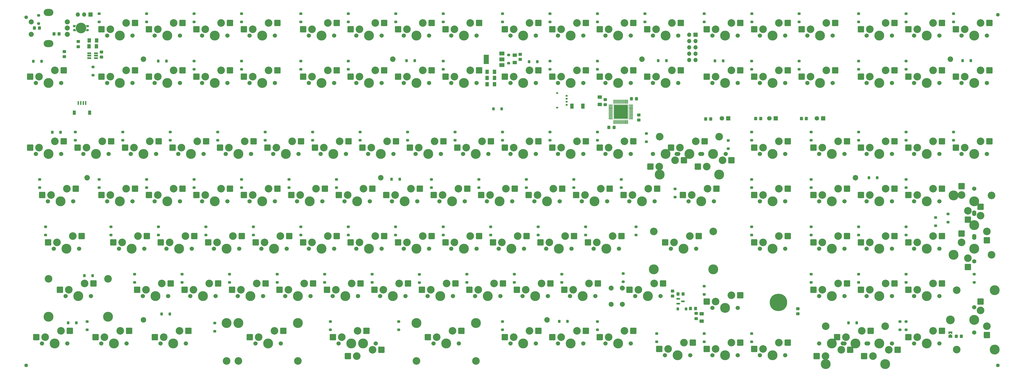
<source format=gbr>
G04 #@! TF.GenerationSoftware,KiCad,Pcbnew,7.0.1*
G04 #@! TF.CreationDate,2023-03-28T00:09:38-04:00*
G04 #@! TF.ProjectId,Boston-keyboard-V08DHA,426f7374-6f6e-42d6-9b65-79626f617264,rev?*
G04 #@! TF.SameCoordinates,Original*
G04 #@! TF.FileFunction,Soldermask,Bot*
G04 #@! TF.FilePolarity,Negative*
%FSLAX46Y46*%
G04 Gerber Fmt 4.6, Leading zero omitted, Abs format (unit mm)*
G04 Created by KiCad (PCBNEW 7.0.1) date 2023-03-28 00:09:38*
%MOMM*%
%LPD*%
G01*
G04 APERTURE LIST*
G04 Aperture macros list*
%AMRoundRect*
0 Rectangle with rounded corners*
0 $1 Rounding radius*
0 $2 $3 $4 $5 $6 $7 $8 $9 X,Y pos of 4 corners*
0 Add a 4 corners polygon primitive as box body*
4,1,4,$2,$3,$4,$5,$6,$7,$8,$9,$2,$3,0*
0 Add four circle primitives for the rounded corners*
1,1,$1+$1,$2,$3*
1,1,$1+$1,$4,$5*
1,1,$1+$1,$6,$7*
1,1,$1+$1,$8,$9*
0 Add four rect primitives between the rounded corners*
20,1,$1+$1,$2,$3,$4,$5,0*
20,1,$1+$1,$4,$5,$6,$7,0*
20,1,$1+$1,$6,$7,$8,$9,0*
20,1,$1+$1,$8,$9,$2,$3,0*%
%AMFreePoly0*
4,1,6,1.000000,0.000000,0.500000,-0.750000,-0.500000,-0.750000,-0.500000,0.750000,0.500000,0.750000,1.000000,0.000000,1.000000,0.000000,$1*%
%AMFreePoly1*
4,1,6,0.500000,-0.750000,-0.650000,-0.750000,-0.150000,0.000000,-0.650000,0.750000,0.500000,0.750000,0.500000,-0.750000,0.500000,-0.750000,$1*%
%AMFreePoly2*
4,1,28,0.525059,0.400000,0.532182,0.397024,0.539142,0.394142,0.539153,0.394113,0.539183,0.394101,0.542090,0.387022,0.545000,0.380000,0.545000,-0.380000,0.539142,-0.394142,0.525000,-0.400000,-0.650000,-0.400000,-0.664142,-0.394142,-0.670000,-0.380000,-0.664142,-0.365858,-0.650000,-0.360000,-0.645403,-0.360000,-0.649771,-0.349394,-0.646861,-0.337380,-0.596034,-0.254811,-0.509604,-0.081220,
-0.439105,0.099429,-0.385107,0.285677,-0.366569,0.380847,-0.365754,0.382315,-0.365871,0.382599,-0.359972,0.396724,-0.345813,0.402541,0.525059,0.400000,0.525059,0.400000,$1*%
%AMFreePoly3*
4,1,27,0.539142,0.394142,0.545000,0.380000,0.545000,-0.380000,0.542090,-0.387022,0.539183,-0.394101,0.539153,-0.394113,0.539142,-0.394142,0.532182,-0.397024,0.525059,-0.400000,-0.345813,-0.402541,-0.359972,-0.396724,-0.365871,-0.382599,-0.360054,-0.368440,-0.356003,-0.366748,-0.366375,-0.362091,-0.372521,-0.351367,-0.392501,-0.256009,-0.449448,-0.069660,-0.522971,0.110794,-0.612470,0.283880,
-0.664821,0.366049,-0.665820,0.369911,-0.670000,0.380000,-0.664142,0.394142,-0.650000,0.400000,0.525000,0.400000,0.539142,0.394142,0.539142,0.394142,$1*%
%AMFreePoly4*
4,1,31,0.319736,0.407785,0.429772,0.357533,0.521194,0.278316,0.586594,0.176551,0.620674,0.060484,0.620674,-0.060484,0.586594,-0.176551,0.521194,-0.278316,0.429772,-0.357533,0.319736,-0.407785,0.199999,-0.425000,-0.575001,-0.424979,-0.592678,-0.417657,-0.600000,-0.399978,-0.592678,-0.382301,-0.590938,-0.381580,-0.588854,-0.372453,-0.535362,-0.282963,-0.445108,-0.094990,-0.372348,0.100422,
-0.317686,0.301647,-0.299623,0.404329,-0.293189,0.416443,-0.292678,0.417678,-0.292493,0.417754,-0.292376,0.417975,-0.278492,0.424755,-0.276455,0.424396,-0.275000,0.425000,0.200000,0.425000,0.319736,0.407785,0.319736,0.407785,$1*%
G04 Aperture macros list end*
%ADD10C,0.800000*%
%ADD11C,7.000000*%
%ADD12C,2.200000*%
%ADD13R,1.800000X1.800000*%
%ADD14C,1.800000*%
%ADD15C,1.448000*%
%ADD16C,2.000000*%
%ADD17R,1.700000X1.700000*%
%ADD18O,1.700000X1.700000*%
%ADD19C,3.500000*%
%ADD20RoundRect,0.250000X-0.350000X0.250000X-0.350000X-0.250000X0.350000X-0.250000X0.350000X0.250000X0*%
%ADD21C,1.701800*%
%ADD22C,3.048000*%
%ADD23C,3.987800*%
%ADD24RoundRect,0.254000X1.016000X1.016000X-1.016000X1.016000X-1.016000X-1.016000X1.016000X-1.016000X0*%
%ADD25RoundRect,0.250001X0.624999X-0.462499X0.624999X0.462499X-0.624999X0.462499X-0.624999X-0.462499X0*%
%ADD26RoundRect,0.250000X0.250000X0.350000X-0.250000X0.350000X-0.250000X-0.350000X0.250000X-0.350000X0*%
%ADD27RoundRect,0.250001X-0.462499X-0.624999X0.462499X-0.624999X0.462499X0.624999X-0.462499X0.624999X0*%
%ADD28R,2.000000X1.500000*%
%ADD29R,2.000000X3.800000*%
%ADD30RoundRect,0.254000X-1.016000X1.016000X-1.016000X-1.016000X1.016000X-1.016000X1.016000X1.016000X0*%
%ADD31RoundRect,0.250000X-0.450000X0.325000X-0.450000X-0.325000X0.450000X-0.325000X0.450000X0.325000X0*%
%ADD32RoundRect,0.254000X-1.016000X-1.016000X1.016000X-1.016000X1.016000X1.016000X-1.016000X1.016000X0*%
%ADD33RoundRect,0.250000X0.350000X0.450000X-0.350000X0.450000X-0.350000X-0.450000X0.350000X-0.450000X0*%
%ADD34RoundRect,0.150000X0.275000X-0.150000X0.275000X0.150000X-0.275000X0.150000X-0.275000X-0.150000X0*%
%ADD35RoundRect,0.175000X0.225000X-0.175000X0.225000X0.175000X-0.225000X0.175000X-0.225000X-0.175000X0*%
%ADD36R,1.400000X2.100000*%
%ADD37RoundRect,0.250000X-0.450000X0.350000X-0.450000X-0.350000X0.450000X-0.350000X0.450000X0.350000X0*%
%ADD38FreePoly0,90.000000*%
%ADD39FreePoly1,90.000000*%
%ADD40RoundRect,0.250001X-0.624999X0.462499X-0.624999X-0.462499X0.624999X-0.462499X0.624999X0.462499X0*%
%ADD41RoundRect,0.250000X0.450000X-0.325000X0.450000X0.325000X-0.450000X0.325000X-0.450000X-0.325000X0*%
%ADD42RoundRect,0.254000X1.016000X-1.016000X1.016000X1.016000X-1.016000X1.016000X-1.016000X-1.016000X0*%
%ADD43RoundRect,0.075000X0.662500X0.075000X-0.662500X0.075000X-0.662500X-0.075000X0.662500X-0.075000X0*%
%ADD44RoundRect,0.075000X0.075000X0.662500X-0.075000X0.662500X-0.075000X-0.662500X0.075000X-0.662500X0*%
%ADD45C,2.032000*%
%ADD46O,3.900000X2.799999*%
%ADD47RoundRect,0.250000X0.325000X0.450000X-0.325000X0.450000X-0.325000X-0.450000X0.325000X-0.450000X0*%
%ADD48RoundRect,0.250000X-0.325000X-0.450000X0.325000X-0.450000X0.325000X0.450000X-0.325000X0.450000X0*%
%ADD49R,1.560000X0.650000*%
%ADD50R,0.600000X1.550000*%
%ADD51R,1.200000X1.800000*%
%ADD52C,0.500000*%
%ADD53RoundRect,0.250000X0.350000X-0.250000X0.350000X0.250000X-0.350000X0.250000X-0.350000X-0.250000X0*%
%ADD54RoundRect,0.062500X0.375000X0.062500X-0.375000X0.062500X-0.375000X-0.062500X0.375000X-0.062500X0*%
%ADD55RoundRect,0.062500X0.062500X0.375000X-0.062500X0.375000X-0.062500X-0.375000X0.062500X-0.375000X0*%
%ADD56R,5.600000X5.600000*%
%ADD57C,4.250000*%
%ADD58FreePoly2,180.000000*%
%ADD59FreePoly3,180.000000*%
%ADD60FreePoly4,0.000000*%
%ADD61FreePoly3,0.000000*%
%ADD62RoundRect,0.150000X-0.587500X-0.150000X0.587500X-0.150000X0.587500X0.150000X-0.587500X0.150000X0*%
G04 APERTURE END LIST*
D10*
X361518500Y-146649500D03*
X360749655Y-148505655D03*
X356268500Y-146649500D03*
X358893500Y-144024500D03*
X358893500Y-149274500D03*
X360749655Y-144793345D03*
D11*
X358893500Y-146649500D03*
D10*
X357037345Y-144793345D03*
X357037345Y-148505655D03*
D12*
X304125200Y-48899992D03*
X389850272Y-96525032D03*
X427950304Y-48899992D03*
D13*
X338732500Y-72712500D03*
D14*
X336192500Y-72712500D03*
D15*
X447000000Y-31000000D03*
D13*
X357782500Y-72712500D03*
D14*
X355242500Y-72712500D03*
D16*
X291750000Y-147400000D03*
X291750000Y-140900000D03*
X296250000Y-140900000D03*
X296250000Y-147400000D03*
D17*
X82825000Y-30950000D03*
D18*
X80285000Y-30950000D03*
X77745000Y-30950000D03*
D15*
X57000000Y-172000000D03*
D12*
X266025168Y-153675080D03*
D15*
X57000000Y-32000000D03*
D12*
X199350112Y-96525032D03*
X104100032Y-153675080D03*
X204112500Y-48900000D03*
D19*
X427950304Y-153675080D03*
D12*
X81478138Y-96525032D03*
D17*
X325655625Y-39087500D03*
D18*
X323115625Y-39087500D03*
X325655625Y-41627500D03*
X323115625Y-41627500D03*
X325655625Y-44167500D03*
X323115625Y-44167500D03*
X325655625Y-46707500D03*
X323115625Y-46707500D03*
X325655625Y-49247500D03*
X323115625Y-49247500D03*
D13*
X376832500Y-72712500D03*
D14*
X374292500Y-72712500D03*
D15*
X447000000Y-172000000D03*
D20*
X124340625Y-97256250D03*
X124340625Y-100556250D03*
D21*
X280630000Y-87000000D03*
D22*
X271740000Y-84460000D03*
X278090000Y-81920000D03*
D23*
X275550000Y-87000000D03*
D21*
X270470000Y-87000000D03*
D24*
X281646000Y-81920000D03*
X268184000Y-84460000D03*
D21*
X394930000Y-163200000D03*
D22*
X377912000Y-156215000D03*
D21*
X384770000Y-163200000D03*
D23*
X389850000Y-163200000D03*
X377912000Y-171455000D03*
D22*
X392390000Y-158120000D03*
X386040000Y-160660000D03*
X401788000Y-156215000D03*
D23*
X401788000Y-171455000D03*
D24*
X395946000Y-158120000D03*
X382484000Y-160660000D03*
D25*
X253100000Y-50212500D03*
X253100000Y-47237500D03*
D20*
X238640625Y-97256250D03*
X238640625Y-100556250D03*
D26*
X262150000Y-49925000D03*
X258850000Y-49925000D03*
D27*
X242012500Y-53925000D03*
X244987500Y-53925000D03*
D21*
X246657500Y-125100000D03*
D23*
X251737500Y-125100000D03*
D21*
X256817500Y-125100000D03*
D22*
X254277500Y-120020000D03*
X247927500Y-122560000D03*
D24*
X257833500Y-120020000D03*
X244371500Y-122560000D03*
D20*
X286265625Y-49631250D03*
X286265625Y-52931250D03*
D21*
X413345000Y-163200000D03*
D23*
X418425000Y-163200000D03*
D21*
X423505000Y-163200000D03*
D22*
X414615000Y-160660000D03*
X420965000Y-158120000D03*
D24*
X424521000Y-158120000D03*
X411059000Y-160660000D03*
D21*
X251420000Y-163200000D03*
D22*
X259040000Y-158120000D03*
D23*
X256500000Y-163200000D03*
D22*
X252690000Y-160660000D03*
D21*
X261580000Y-163200000D03*
D24*
X262596000Y-158120000D03*
X249134000Y-160660000D03*
D20*
X224353125Y-49631250D03*
X224353125Y-52931250D03*
D23*
X94575000Y-58425000D03*
D22*
X90765000Y-55885000D03*
D21*
X89495000Y-58425000D03*
X99655000Y-58425000D03*
D22*
X97115000Y-53345000D03*
D24*
X100671000Y-53345000D03*
X87209000Y-55885000D03*
D22*
X306665000Y-100970000D03*
D23*
X304125000Y-106050000D03*
D22*
X300315000Y-103510000D03*
D21*
X299045000Y-106050000D03*
X309205000Y-106050000D03*
D24*
X310221000Y-100970000D03*
X296759000Y-103510000D03*
D28*
X247950000Y-46625000D03*
X247950000Y-48925000D03*
D29*
X241650000Y-48925000D03*
D28*
X247950000Y-51225000D03*
D20*
X276778750Y-97256250D03*
X276778750Y-100556250D03*
D22*
X216177500Y-34295000D03*
D23*
X213637500Y-39375000D03*
D21*
X208557500Y-39375000D03*
X218717500Y-39375000D03*
D22*
X209827500Y-36835000D03*
D24*
X219733500Y-34295000D03*
X206271500Y-36835000D03*
D20*
X348178125Y-78206250D03*
X348178125Y-81506250D03*
D27*
X242012500Y-58925000D03*
X244987500Y-58925000D03*
D26*
X63150000Y-49725000D03*
X59850000Y-49725000D03*
D21*
X437475000Y-100970000D03*
D23*
X437475000Y-106050000D03*
D22*
X432395000Y-103510000D03*
D21*
X437475000Y-111130000D03*
D22*
X434935000Y-109860000D03*
D30*
X432395000Y-99954000D03*
X434935000Y-113416000D03*
D31*
X87200000Y-46000000D03*
X87200000Y-48050000D03*
D21*
X332382500Y-58425000D03*
D23*
X337462500Y-58425000D03*
D22*
X333652500Y-55885000D03*
X340002500Y-53345000D03*
D21*
X342542500Y-58425000D03*
D24*
X343558500Y-53345000D03*
X330096500Y-55885000D03*
D21*
X361592500Y-125100000D03*
D22*
X352702500Y-122560000D03*
D21*
X351432500Y-125100000D03*
D22*
X359052500Y-120020000D03*
D23*
X356512500Y-125100000D03*
D24*
X362608500Y-120020000D03*
X349146500Y-122560000D03*
D20*
X348216250Y-30581250D03*
X348216250Y-33881250D03*
D21*
X351432500Y-106050000D03*
D23*
X356512500Y-106050000D03*
D21*
X361592500Y-106050000D03*
D22*
X352702500Y-103510000D03*
X359052500Y-100970000D03*
D24*
X362608500Y-100970000D03*
X349146500Y-103510000D03*
D20*
X76715625Y-78206250D03*
X76715625Y-81506250D03*
X114853750Y-78206250D03*
X114853750Y-81506250D03*
D26*
X212906372Y-49495305D03*
X209606372Y-49495305D03*
D27*
X82262500Y-41325000D03*
X85237500Y-41325000D03*
D23*
X418425000Y-125100000D03*
D21*
X423505000Y-125100000D03*
D22*
X414615000Y-122560000D03*
D21*
X413345000Y-125100000D03*
D22*
X420965000Y-120020000D03*
D24*
X424521000Y-120020000D03*
X411059000Y-122560000D03*
D23*
X92193750Y-163200000D03*
D22*
X88383750Y-160660000D03*
X94733750Y-158120000D03*
D21*
X97273750Y-163200000D03*
X87113750Y-163200000D03*
D24*
X98289750Y-158120000D03*
X84827750Y-160660000D03*
D21*
X72826250Y-144150000D03*
D23*
X77906250Y-144150000D03*
D21*
X82986250Y-144150000D03*
D22*
X65968250Y-137165000D03*
X89844250Y-137165000D03*
X80446250Y-139070000D03*
D23*
X65968250Y-152405000D03*
D22*
X74096250Y-141610000D03*
D23*
X89844250Y-152405000D03*
D24*
X84002250Y-139070000D03*
X70540250Y-141610000D03*
D22*
X396835000Y-168280000D03*
X403185000Y-165740000D03*
D21*
X394295000Y-163200000D03*
X404455000Y-163200000D03*
D23*
X399375000Y-163200000D03*
D32*
X393279000Y-168280000D03*
X406741000Y-165740000D03*
D20*
X243403125Y-116306250D03*
X243403125Y-119606250D03*
D23*
X137437500Y-125100000D03*
D21*
X132357500Y-125100000D03*
X142517500Y-125100000D03*
D22*
X139977500Y-120020000D03*
X133627500Y-122560000D03*
D24*
X143533500Y-120020000D03*
X130071500Y-122560000D03*
D22*
X290790000Y-36835000D03*
X297140000Y-34295000D03*
D21*
X289520000Y-39375000D03*
D23*
X294600000Y-39375000D03*
D21*
X299680000Y-39375000D03*
D24*
X300696000Y-34295000D03*
X287234000Y-36835000D03*
D23*
X327937500Y-106050000D03*
D21*
X333017500Y-106050000D03*
D22*
X330477500Y-100970000D03*
X324127500Y-103510000D03*
D21*
X322857500Y-106050000D03*
D24*
X334033500Y-100970000D03*
X320571500Y-103510000D03*
D21*
X132992500Y-144150000D03*
D23*
X127912500Y-144150000D03*
D21*
X122832500Y-144150000D03*
D22*
X124102500Y-141610000D03*
X130452500Y-139070000D03*
D24*
X134008500Y-139070000D03*
X120546500Y-141610000D03*
D20*
X407709375Y-154406250D03*
X407709375Y-157706250D03*
X329128125Y-30581250D03*
X329128125Y-33881250D03*
D22*
X257452500Y-141610000D03*
D21*
X256182500Y-144150000D03*
X266342500Y-144150000D03*
D22*
X263802500Y-139070000D03*
D23*
X261262500Y-144150000D03*
D24*
X267358500Y-139070000D03*
X253896500Y-141610000D03*
D21*
X218717500Y-125100000D03*
D22*
X216177500Y-120020000D03*
X209827500Y-122560000D03*
D21*
X208557500Y-125100000D03*
D23*
X213637500Y-125100000D03*
D24*
X219733500Y-120020000D03*
X206271500Y-122560000D03*
D20*
X172003750Y-78206250D03*
X172003750Y-81506250D03*
D21*
X185380000Y-87000000D03*
D22*
X176490000Y-84460000D03*
X182840000Y-81920000D03*
D21*
X175220000Y-87000000D03*
D23*
X180300000Y-87000000D03*
D24*
X186396000Y-81920000D03*
X172934000Y-84460000D03*
D21*
X325873964Y-125100000D03*
D22*
X316983964Y-122560000D03*
X308855964Y-118115000D03*
D21*
X315713964Y-125100000D03*
D22*
X332731964Y-118115000D03*
D23*
X320793964Y-125100000D03*
D22*
X323333964Y-120020000D03*
D23*
X332731964Y-133355000D03*
X308855964Y-133355000D03*
D24*
X326889964Y-120020000D03*
X313427964Y-122560000D03*
D20*
X219590625Y-97256250D03*
X219590625Y-100556250D03*
D22*
X297140000Y-81920000D03*
D23*
X294600000Y-87000000D03*
D21*
X289520000Y-87000000D03*
X299680000Y-87000000D03*
D22*
X290790000Y-84460000D03*
D24*
X300696000Y-81920000D03*
X287234000Y-84460000D03*
D22*
X147915000Y-55885000D03*
D23*
X151725000Y-58425000D03*
D22*
X154265000Y-53345000D03*
D21*
X156805000Y-58425000D03*
X146645000Y-58425000D03*
D24*
X157821000Y-53345000D03*
X144359000Y-55885000D03*
D22*
X190777500Y-122560000D03*
D21*
X189507500Y-125100000D03*
D23*
X194587500Y-125100000D03*
D22*
X197127500Y-120020000D03*
D21*
X199667500Y-125100000D03*
D24*
X200683500Y-120020000D03*
X187221500Y-122560000D03*
D26*
X70750000Y-78225000D03*
X67450000Y-78225000D03*
D21*
X251420160Y-39375000D03*
D23*
X256500160Y-39375000D03*
D21*
X261580160Y-39375000D03*
D22*
X259040160Y-34295000D03*
X252690160Y-36835000D03*
D24*
X262596160Y-34295000D03*
X249134160Y-36835000D03*
D20*
X167241250Y-116306250D03*
X167241250Y-119606250D03*
D21*
X223480000Y-87000000D03*
D23*
X218400000Y-87000000D03*
D21*
X213320000Y-87000000D03*
D22*
X220940000Y-81920000D03*
X214590000Y-84460000D03*
D24*
X224496000Y-81920000D03*
X211034000Y-84460000D03*
D21*
X432395000Y-87000000D03*
D22*
X433665000Y-84460000D03*
D21*
X442555000Y-87000000D03*
D22*
X440015000Y-81920000D03*
D23*
X437475000Y-87000000D03*
D24*
X443571000Y-81920000D03*
X430109000Y-84460000D03*
D20*
X296600000Y-135075000D03*
X296600000Y-138375000D03*
X410090625Y-97256250D03*
X410090625Y-100556250D03*
D31*
X289400000Y-65139069D03*
X289400000Y-67189069D03*
D22*
X116165000Y-100970000D03*
X109815000Y-103510000D03*
D23*
X113625000Y-106050000D03*
D21*
X118705000Y-106050000D03*
X108545000Y-106050000D03*
D24*
X119721000Y-100970000D03*
X106259000Y-103510000D03*
D22*
X186015000Y-103510000D03*
X192365000Y-100970000D03*
D21*
X184745000Y-106050000D03*
X194905000Y-106050000D03*
D23*
X189825000Y-106050000D03*
D24*
X195921000Y-100970000D03*
X182459000Y-103510000D03*
D20*
X61975000Y-31275000D03*
X61975000Y-34575000D03*
D22*
X105052500Y-141610000D03*
D21*
X113942500Y-144150000D03*
D22*
X111402500Y-139070000D03*
D21*
X103782500Y-144150000D03*
D23*
X108862500Y-144150000D03*
D24*
X114958500Y-139070000D03*
X101496500Y-141610000D03*
D22*
X395565000Y-141610000D03*
D21*
X404455000Y-144150000D03*
X394295000Y-144150000D03*
D23*
X399375000Y-144150000D03*
D22*
X401915000Y-139070000D03*
D24*
X405471000Y-139070000D03*
X392009000Y-141610000D03*
D22*
X187602500Y-139070000D03*
D23*
X185062500Y-144150000D03*
D21*
X190142500Y-144150000D03*
X179982500Y-144150000D03*
D22*
X181252500Y-141610000D03*
D24*
X191158500Y-139070000D03*
X177696500Y-141610000D03*
D20*
X367228125Y-30581250D03*
X367228125Y-33881250D03*
D23*
X85050000Y-87000000D03*
D21*
X79970000Y-87000000D03*
D22*
X87590000Y-81920000D03*
X81240000Y-84460000D03*
D21*
X90130000Y-87000000D03*
D24*
X91146000Y-81920000D03*
X77684000Y-84460000D03*
D21*
X318095000Y-87000000D03*
D23*
X323175000Y-87000000D03*
D21*
X328255000Y-87000000D03*
D23*
X311237000Y-95255000D03*
D22*
X325715000Y-81920000D03*
D23*
X335113000Y-95255000D03*
D22*
X311237000Y-80015000D03*
X335113000Y-80015000D03*
X319365000Y-84460000D03*
D24*
X329271000Y-81920000D03*
X315809000Y-84460000D03*
D20*
X143390625Y-30581250D03*
X143390625Y-33881250D03*
D22*
X125690000Y-81920000D03*
D23*
X123150000Y-87000000D03*
D21*
X128230000Y-87000000D03*
X118070000Y-87000000D03*
D22*
X119340000Y-84460000D03*
D24*
X129246000Y-81920000D03*
X115784000Y-84460000D03*
D31*
X366700000Y-149200000D03*
X366700000Y-151250000D03*
D20*
X437475000Y-135356250D03*
X437475000Y-138656250D03*
D22*
X414615000Y-84460000D03*
X420965000Y-81920000D03*
D21*
X423505000Y-87000000D03*
X413345000Y-87000000D03*
D23*
X418425000Y-87000000D03*
D24*
X424521000Y-81920000D03*
X411059000Y-84460000D03*
D21*
X442555000Y-58425000D03*
D23*
X437475000Y-58425000D03*
D22*
X433665000Y-55885000D03*
X440015000Y-53345000D03*
D21*
X432395000Y-58425000D03*
D24*
X443571000Y-53345000D03*
X430109000Y-55885000D03*
D21*
X199667606Y-39375000D03*
D22*
X197127606Y-34295000D03*
X190777606Y-36835000D03*
D23*
X194587606Y-39375000D03*
D21*
X189507606Y-39375000D03*
D24*
X200683606Y-34295000D03*
X187221606Y-36835000D03*
D22*
X401915000Y-34295000D03*
D21*
X394295000Y-39375000D03*
D23*
X399375000Y-39375000D03*
D21*
X404455000Y-39375000D03*
D22*
X395565000Y-36835000D03*
D24*
X405471000Y-34295000D03*
X392009000Y-36835000D03*
D20*
X205341250Y-30581250D03*
X205341250Y-33881250D03*
D21*
X156805000Y-39375000D03*
X146645000Y-39375000D03*
D22*
X154265000Y-34295000D03*
D23*
X151725000Y-39375000D03*
D22*
X147915000Y-36835000D03*
D24*
X157821000Y-34295000D03*
X144359000Y-36835000D03*
D20*
X317460000Y-101066250D03*
X317460000Y-104366250D03*
X124340625Y-49631250D03*
X124340625Y-52931250D03*
D31*
X77900000Y-41800000D03*
X77900000Y-43850000D03*
D20*
X81478125Y-154406250D03*
X81478125Y-157706250D03*
D33*
X351800000Y-72725000D03*
X349800000Y-72725000D03*
D22*
X266977500Y-122560000D03*
D23*
X270787500Y-125100000D03*
D21*
X275867500Y-125100000D03*
D22*
X273327500Y-120020000D03*
D21*
X265707500Y-125100000D03*
D24*
X276883500Y-120020000D03*
X263421500Y-122560000D03*
D21*
X227607500Y-58425000D03*
D23*
X232687500Y-58425000D03*
D22*
X235227500Y-53345000D03*
X228877500Y-55885000D03*
D21*
X237767500Y-58425000D03*
D24*
X238783500Y-53345000D03*
X225321500Y-55885000D03*
D34*
X273875000Y-67225000D03*
X273875000Y-66025000D03*
X273875000Y-64825000D03*
X273875000Y-63625000D03*
D35*
X270100000Y-68375000D03*
X270100000Y-62475000D03*
D21*
X404455000Y-125100000D03*
D23*
X399375000Y-125100000D03*
D22*
X395565000Y-122560000D03*
X401915000Y-120020000D03*
D21*
X394295000Y-125100000D03*
D24*
X405471000Y-120020000D03*
X392009000Y-122560000D03*
D36*
X280400000Y-67725000D03*
X276000000Y-67725000D03*
D23*
X275550000Y-39375000D03*
D21*
X280630000Y-39375000D03*
D22*
X271740000Y-36835000D03*
D21*
X270470000Y-39375000D03*
D22*
X278090000Y-34295000D03*
D24*
X281646000Y-34295000D03*
X268184000Y-36835000D03*
D22*
X340002500Y-143832500D03*
X333652500Y-146372500D03*
D21*
X342542500Y-148912500D03*
X332382500Y-148912500D03*
D23*
X337462500Y-148912500D03*
D24*
X343558500Y-143832500D03*
X330096500Y-146372500D03*
D20*
X64809375Y-116306250D03*
X64809375Y-119606250D03*
X348178125Y-159168750D03*
X348178125Y-162468750D03*
D23*
X204112500Y-144150000D03*
D22*
X206652500Y-139070000D03*
X200302500Y-141610000D03*
D21*
X199032500Y-144150000D03*
X209192500Y-144150000D03*
D24*
X210208500Y-139070000D03*
X196746500Y-141610000D03*
D23*
X237481750Y-154945000D03*
D21*
X220463750Y-163200000D03*
D22*
X228083750Y-158120000D03*
D21*
X230623750Y-163200000D03*
D23*
X225543750Y-163200000D03*
D22*
X213605750Y-170185000D03*
X221733750Y-160660000D03*
X237481750Y-170185000D03*
D23*
X213605750Y-154945000D03*
D24*
X231639750Y-158120000D03*
X218177750Y-160660000D03*
D20*
X124340625Y-30581250D03*
X124340625Y-33881250D03*
D37*
X255300000Y-46925000D03*
X255300000Y-48925000D03*
D20*
X91003125Y-116306250D03*
X91003125Y-119606250D03*
X301743948Y-116306300D03*
X301743948Y-119606300D03*
D23*
X175537500Y-58425000D03*
D21*
X180617500Y-58425000D03*
D22*
X178077500Y-53345000D03*
X171727500Y-55885000D03*
D21*
X170457500Y-58425000D03*
D24*
X181633500Y-53345000D03*
X168171500Y-55885000D03*
D21*
X437475000Y-120020000D03*
D22*
X434935000Y-128910000D03*
X432395000Y-122560000D03*
D21*
X437475000Y-130180000D03*
D23*
X437475000Y-125100000D03*
D30*
X432395000Y-119004000D03*
X434935000Y-132466000D03*
D38*
X427950304Y-160353210D03*
D39*
X427950304Y-158903210D03*
D22*
X336510000Y-89540000D03*
D21*
X327620000Y-87000000D03*
D22*
X330160000Y-92080000D03*
D21*
X337780000Y-87000000D03*
D23*
X332700000Y-87000000D03*
D32*
X326604000Y-92080000D03*
X340066000Y-89540000D03*
D20*
X119578125Y-135356250D03*
X119578125Y-138656250D03*
D21*
X187126250Y-163200000D03*
D23*
X192206250Y-163200000D03*
D22*
X189666250Y-168280000D03*
D21*
X197286250Y-163200000D03*
D22*
X196016250Y-165740000D03*
D32*
X186110250Y-168280000D03*
X199572250Y-165740000D03*
D20*
X295790625Y-97256250D03*
X295790625Y-100556250D03*
X83859375Y-52012500D03*
X83859375Y-55312500D03*
D21*
X180617590Y-39375000D03*
X170457590Y-39375000D03*
D22*
X178077590Y-34295000D03*
X171727590Y-36835000D03*
D23*
X175537590Y-39375000D03*
D24*
X181633590Y-34295000D03*
X168171590Y-36835000D03*
D22*
X287615000Y-100970000D03*
D21*
X290155000Y-106050000D03*
D23*
X285075000Y-106050000D03*
D21*
X279995000Y-106050000D03*
D22*
X281265000Y-103510000D03*
D24*
X291171000Y-100970000D03*
X277709000Y-103510000D03*
D23*
X313650000Y-87000000D03*
D21*
X308570000Y-87000000D03*
D22*
X317460000Y-89540000D03*
X311110000Y-92080000D03*
D21*
X318730000Y-87000000D03*
D32*
X307554000Y-92080000D03*
X321016000Y-89540000D03*
D22*
X401915000Y-100970000D03*
X395565000Y-103510000D03*
D23*
X399375000Y-106050000D03*
D21*
X404455000Y-106050000D03*
X394295000Y-106050000D03*
D24*
X405471000Y-100970000D03*
X392009000Y-103510000D03*
D20*
X329128125Y-140118750D03*
X329128125Y-143418750D03*
D22*
X109815000Y-36835000D03*
X116165000Y-34295000D03*
D21*
X118705000Y-39375000D03*
X108545000Y-39375000D03*
D23*
X113625000Y-39375000D03*
D24*
X119721000Y-34295000D03*
X106259000Y-36835000D03*
D40*
X328100000Y-151237500D03*
X328100000Y-154212500D03*
D23*
X232687500Y-125100000D03*
D21*
X237767500Y-125100000D03*
D22*
X235227500Y-120020000D03*
D21*
X227607500Y-125100000D03*
D22*
X228877500Y-122560000D03*
D24*
X238783500Y-120020000D03*
X225321500Y-122560000D03*
D20*
X348178125Y-116306250D03*
X348178125Y-119606250D03*
D22*
X128865000Y-103510000D03*
D21*
X137755000Y-106050000D03*
X127595000Y-106050000D03*
D23*
X132675000Y-106050000D03*
D22*
X135215000Y-100970000D03*
D24*
X138771000Y-100970000D03*
X125309000Y-103510000D03*
D21*
X199667500Y-58425000D03*
D22*
X197127500Y-53345000D03*
D21*
X189507500Y-58425000D03*
D22*
X190777500Y-55885000D03*
D23*
X194587500Y-58425000D03*
D24*
X200683500Y-53345000D03*
X187221500Y-55885000D03*
D26*
X436148747Y-49495305D03*
X432848747Y-49495305D03*
D21*
X159186250Y-163200000D03*
D22*
X156646250Y-158120000D03*
X150296250Y-160660000D03*
D23*
X154106250Y-163200000D03*
D22*
X142168250Y-170185000D03*
D21*
X149026250Y-163200000D03*
D22*
X166044250Y-170185000D03*
D23*
X142168250Y-154945000D03*
X166044250Y-154945000D03*
D24*
X160202250Y-158120000D03*
X146740250Y-160660000D03*
D20*
X305911139Y-78801581D03*
X305911139Y-82101581D03*
X129103125Y-116306250D03*
X129103125Y-119606250D03*
D41*
X302900000Y-73350000D03*
X302900000Y-71300000D03*
D22*
X162202500Y-141610000D03*
D21*
X171092500Y-144150000D03*
D23*
X166012500Y-144150000D03*
D22*
X168552500Y-139070000D03*
D21*
X160932500Y-144150000D03*
D24*
X172108500Y-139070000D03*
X158646500Y-141610000D03*
D22*
X340002500Y-162882500D03*
D23*
X337462500Y-167962500D03*
D21*
X332382500Y-167962500D03*
X342542500Y-167962500D03*
D22*
X333652500Y-165422500D03*
D24*
X343558500Y-162882500D03*
X330096500Y-165422500D03*
D22*
X73302500Y-100970000D03*
D21*
X75842500Y-106050000D03*
D23*
X70762500Y-106050000D03*
D21*
X65682500Y-106050000D03*
D22*
X66952500Y-103510000D03*
D24*
X76858500Y-100970000D03*
X63396500Y-103510000D03*
D23*
X380325000Y-163200000D03*
D22*
X384135000Y-165740000D03*
X377785000Y-168280000D03*
D21*
X385405000Y-163200000D03*
X375245000Y-163200000D03*
D32*
X374229000Y-168280000D03*
X387691000Y-165740000D03*
D20*
X329128125Y-159168750D03*
X329128125Y-162468750D03*
X371990625Y-97256250D03*
X371990625Y-100556250D03*
D21*
X99655000Y-106050000D03*
D22*
X97115000Y-100970000D03*
X90765000Y-103510000D03*
D23*
X94575000Y-106050000D03*
D21*
X89495000Y-106050000D03*
D24*
X100671000Y-100970000D03*
X87209000Y-103510000D03*
D20*
X338800000Y-81550000D03*
X338800000Y-84850000D03*
D22*
X68540000Y-53345000D03*
D21*
X71080000Y-58425000D03*
D23*
X66000000Y-58425000D03*
D22*
X62190000Y-55885000D03*
D21*
X60920000Y-58425000D03*
D24*
X72096000Y-53345000D03*
X58634000Y-55885000D03*
D21*
X308570000Y-39375000D03*
D23*
X313650000Y-39375000D03*
D22*
X316190000Y-34295000D03*
X309840000Y-36835000D03*
D21*
X318730000Y-39375000D03*
D24*
X319746000Y-34295000D03*
X306284000Y-36835000D03*
D20*
X176766250Y-135356250D03*
X176766250Y-138656250D03*
X248165625Y-78206250D03*
X248165625Y-81506250D03*
D21*
X351432500Y-167962500D03*
X361592500Y-167962500D03*
D23*
X356512500Y-167962500D03*
D22*
X359052500Y-162882500D03*
X352702500Y-165422500D03*
D24*
X362608500Y-162882500D03*
X349146500Y-165422500D03*
D21*
X251420000Y-87000000D03*
D22*
X252690000Y-84460000D03*
D23*
X256500000Y-87000000D03*
D22*
X259040000Y-81920000D03*
D21*
X261580000Y-87000000D03*
D24*
X262596000Y-81920000D03*
X249134000Y-84460000D03*
D23*
X94575000Y-39375000D03*
D22*
X90765000Y-36835000D03*
D21*
X89495000Y-39375000D03*
D22*
X97115000Y-34295000D03*
D21*
X99655000Y-39375000D03*
D24*
X100671000Y-34295000D03*
X87209000Y-36835000D03*
D20*
X138628125Y-135356250D03*
X138628125Y-138656250D03*
D40*
X287200000Y-64081256D03*
X287200000Y-67056256D03*
D21*
X137120000Y-87000000D03*
D23*
X142200000Y-87000000D03*
D22*
X144740000Y-81920000D03*
D21*
X147280000Y-87000000D03*
D22*
X138390000Y-84460000D03*
D24*
X148296000Y-81920000D03*
X134834000Y-84460000D03*
D20*
X371990625Y-135356250D03*
X371990625Y-138656250D03*
X305315625Y-30581250D03*
X305315625Y-33881250D03*
D23*
X429220000Y-103637000D03*
X429220000Y-127513000D03*
X437475000Y-115575000D03*
D22*
X444460000Y-103637000D03*
X440015000Y-111765000D03*
X444460000Y-127513000D03*
D21*
X437475000Y-120655000D03*
X437475000Y-110495000D03*
D22*
X442555000Y-118115000D03*
D42*
X442555000Y-121671000D03*
X440015000Y-108209000D03*
D21*
X351432500Y-58425000D03*
D22*
X359052500Y-53345000D03*
D21*
X361592500Y-58425000D03*
D23*
X356512500Y-58425000D03*
D22*
X352702500Y-55885000D03*
D24*
X362608500Y-53345000D03*
X349146500Y-55885000D03*
D21*
X228242500Y-144150000D03*
X218082500Y-144150000D03*
D22*
X225702500Y-139070000D03*
D23*
X223162500Y-144150000D03*
D22*
X219352500Y-141610000D03*
D24*
X229258500Y-139070000D03*
X215796500Y-141610000D03*
D20*
X391040625Y-49631250D03*
X391040625Y-52931250D03*
X281503125Y-116306250D03*
X281503125Y-119606250D03*
X286265625Y-78206250D03*
X286265625Y-81506250D03*
D23*
X356512500Y-39375000D03*
D22*
X352702500Y-36835000D03*
D21*
X351432500Y-39375000D03*
X361592500Y-39375000D03*
D22*
X359052500Y-34295000D03*
D24*
X362608500Y-34295000D03*
X349146500Y-36835000D03*
D20*
X210065625Y-78206250D03*
X210065625Y-81506250D03*
X348178125Y-49631250D03*
X348178125Y-52931250D03*
D26*
X274223611Y-154270393D03*
X270923611Y-154270393D03*
D20*
X224391250Y-30581250D03*
X224391250Y-33881250D03*
D21*
X280630000Y-163200000D03*
D22*
X278090000Y-158120000D03*
D21*
X270470000Y-163200000D03*
D23*
X275550000Y-163200000D03*
D22*
X271740000Y-160660000D03*
D24*
X281646000Y-158120000D03*
X268184000Y-160660000D03*
D21*
X110926250Y-163200000D03*
X121086250Y-163200000D03*
D23*
X116006250Y-163200000D03*
D22*
X118546250Y-158120000D03*
X112196250Y-160660000D03*
D24*
X122102250Y-158120000D03*
X108640250Y-160660000D03*
D22*
X371752500Y-36835000D03*
D21*
X370482500Y-39375000D03*
X380642500Y-39375000D03*
D23*
X375562500Y-39375000D03*
D22*
X378102500Y-34295000D03*
D24*
X381658500Y-34295000D03*
X368196500Y-36835000D03*
D23*
X437475000Y-39375000D03*
D22*
X440015000Y-34295000D03*
D21*
X432395000Y-39375000D03*
D22*
X433665000Y-36835000D03*
D21*
X442555000Y-39375000D03*
D24*
X443571000Y-34295000D03*
X430109000Y-36835000D03*
D22*
X401915000Y-81920000D03*
X395565000Y-84460000D03*
D21*
X404455000Y-87000000D03*
X394295000Y-87000000D03*
D23*
X399375000Y-87000000D03*
D24*
X405471000Y-81920000D03*
X392009000Y-84460000D03*
D20*
X257690625Y-97256250D03*
X257690625Y-100556250D03*
X186253125Y-116306250D03*
X186253125Y-119606250D03*
D23*
X132675000Y-39375000D03*
D22*
X128865000Y-36835000D03*
D21*
X137755000Y-39375000D03*
D22*
X135215000Y-34295000D03*
D21*
X127595000Y-39375000D03*
D24*
X138771000Y-34295000D03*
X125309000Y-36835000D03*
D21*
X232370000Y-87000000D03*
D22*
X239990000Y-81920000D03*
X233640000Y-84460000D03*
D21*
X242530000Y-87000000D03*
D23*
X237450000Y-87000000D03*
D24*
X243546000Y-81920000D03*
X230084000Y-84460000D03*
D22*
X333652500Y-36835000D03*
D21*
X342542500Y-39375000D03*
D22*
X340002500Y-34295000D03*
D21*
X332382500Y-39375000D03*
D23*
X337462500Y-39375000D03*
D24*
X343558500Y-34295000D03*
X330096500Y-36835000D03*
D20*
X186253125Y-49631250D03*
X186253125Y-52931250D03*
X391040625Y-116306250D03*
X391040625Y-119606250D03*
D23*
X146962500Y-144150000D03*
D22*
X143152500Y-141610000D03*
D21*
X152042500Y-144150000D03*
X141882500Y-144150000D03*
D22*
X149502500Y-139070000D03*
D24*
X153058500Y-139070000D03*
X139596500Y-141610000D03*
D20*
X214828125Y-135396875D03*
X214828125Y-138696875D03*
D21*
X423505000Y-144150000D03*
D22*
X414615000Y-141610000D03*
D23*
X418425000Y-144150000D03*
D21*
X413345000Y-144150000D03*
D22*
X420965000Y-139070000D03*
D24*
X424521000Y-139070000D03*
X411059000Y-141610000D03*
D21*
X109180000Y-87000000D03*
D22*
X106640000Y-81920000D03*
D21*
X99020000Y-87000000D03*
D23*
X104100000Y-87000000D03*
D22*
X100290000Y-84460000D03*
D24*
X110196000Y-81920000D03*
X96734000Y-84460000D03*
D22*
X68540000Y-81920000D03*
D21*
X60920000Y-87000000D03*
X71080000Y-87000000D03*
D23*
X66000000Y-87000000D03*
D22*
X62190000Y-84460000D03*
D24*
X72096000Y-81920000D03*
X58634000Y-84460000D03*
D27*
X242012500Y-56425000D03*
X244987500Y-56425000D03*
D20*
X348178125Y-97256250D03*
X348178125Y-100556250D03*
X391040625Y-78206250D03*
X391040625Y-81506250D03*
D22*
X75683750Y-120020000D03*
D23*
X73143750Y-125100000D03*
D21*
X78223750Y-125100000D03*
X68063750Y-125100000D03*
D22*
X69333750Y-122560000D03*
D24*
X79239750Y-120020000D03*
X65777750Y-122560000D03*
D20*
X429140625Y-30581250D03*
X429140625Y-33881250D03*
X195816250Y-135356250D03*
X195816250Y-138656250D03*
D21*
X161567500Y-125100000D03*
X151407500Y-125100000D03*
D23*
X156487500Y-125100000D03*
D22*
X159027500Y-120020000D03*
X152677500Y-122560000D03*
D24*
X162583500Y-120020000D03*
X149121500Y-122560000D03*
D20*
X286265625Y-154406250D03*
X286265625Y-157706250D03*
D21*
X270470000Y-58425000D03*
X280630000Y-58425000D03*
D23*
X275550000Y-58425000D03*
D22*
X271740000Y-55885000D03*
X278090000Y-53345000D03*
D24*
X281646000Y-53345000D03*
X268184000Y-55885000D03*
D21*
X180617500Y-125100000D03*
D23*
X175537500Y-125100000D03*
D22*
X178077500Y-120020000D03*
X171727500Y-122560000D03*
D21*
X170457500Y-125100000D03*
D24*
X181633500Y-120020000D03*
X168171500Y-122560000D03*
D20*
X410090625Y-30581250D03*
X410090625Y-33881250D03*
D22*
X420965000Y-100970000D03*
D21*
X413345000Y-106050000D03*
X423505000Y-106050000D03*
D23*
X418425000Y-106050000D03*
D22*
X414615000Y-103510000D03*
D24*
X424521000Y-100970000D03*
X411059000Y-103510000D03*
D21*
X237132500Y-144150000D03*
D23*
X242212500Y-144150000D03*
D22*
X244752500Y-139070000D03*
D21*
X247292500Y-144150000D03*
D22*
X238402500Y-141610000D03*
D24*
X248308500Y-139070000D03*
X234846500Y-141610000D03*
D20*
X410090625Y-154406250D03*
X410090625Y-157706250D03*
D26*
X390309375Y-154865625D03*
X387009375Y-154865625D03*
D22*
X109815000Y-55885000D03*
X116165000Y-53345000D03*
D21*
X108545000Y-58425000D03*
D23*
X113625000Y-58425000D03*
D21*
X118705000Y-58425000D03*
D24*
X119721000Y-53345000D03*
X106259000Y-55885000D03*
D20*
X167203125Y-30581250D03*
X167203125Y-33881250D03*
D43*
X299813125Y-67316875D03*
X299813125Y-67816875D03*
X299813125Y-68316875D03*
X299813125Y-68816875D03*
X299813125Y-69316875D03*
X299813125Y-69816875D03*
X299813125Y-70316875D03*
X299813125Y-70816875D03*
X299813125Y-71316875D03*
X299813125Y-71816875D03*
X299813125Y-72316875D03*
X299813125Y-72816875D03*
D44*
X298400625Y-74229375D03*
X297900625Y-74229375D03*
X297400625Y-74229375D03*
X296900625Y-74229375D03*
X296400625Y-74229375D03*
X295900625Y-74229375D03*
X295400625Y-74229375D03*
X294900625Y-74229375D03*
X294400625Y-74229375D03*
X293900625Y-74229375D03*
X293400625Y-74229375D03*
X292900625Y-74229375D03*
D43*
X291488125Y-72816875D03*
X291488125Y-72316875D03*
X291488125Y-71816875D03*
X291488125Y-71316875D03*
X291488125Y-70816875D03*
X291488125Y-70316875D03*
X291488125Y-69816875D03*
X291488125Y-69316875D03*
X291488125Y-68816875D03*
X291488125Y-68316875D03*
X291488125Y-67816875D03*
X291488125Y-67316875D03*
D44*
X292900625Y-65904375D03*
X293400625Y-65904375D03*
X293900625Y-65904375D03*
X294400625Y-65904375D03*
X294900625Y-65904375D03*
X295400625Y-65904375D03*
X295900625Y-65904375D03*
X296400625Y-65904375D03*
X296900625Y-65904375D03*
X297400625Y-65904375D03*
X297900625Y-65904375D03*
X298400625Y-65904375D03*
D20*
X152953750Y-78206250D03*
X152953750Y-81506250D03*
D26*
X206953242Y-97120345D03*
X203653242Y-97120345D03*
D20*
X233878125Y-135356250D03*
X233878125Y-138656250D03*
X371990625Y-78206250D03*
X371990625Y-81506250D03*
X391040625Y-135356250D03*
X391040625Y-138656250D03*
D22*
X147915000Y-103510000D03*
D23*
X151725000Y-106050000D03*
D21*
X146645000Y-106050000D03*
D22*
X154265000Y-100970000D03*
D21*
X156805000Y-106050000D03*
D24*
X157821000Y-100970000D03*
X144359000Y-103510000D03*
D20*
X186253125Y-30581250D03*
X186253125Y-33881250D03*
D21*
X385405000Y-106050000D03*
D22*
X376515000Y-103510000D03*
D23*
X380325000Y-106050000D03*
D21*
X375245000Y-106050000D03*
D22*
X382865000Y-100970000D03*
D24*
X386421000Y-100970000D03*
X372959000Y-103510000D03*
D26*
X247850000Y-68825000D03*
X244550000Y-68825000D03*
D20*
X267215625Y-78206250D03*
X267215625Y-81506250D03*
X110053125Y-116306250D03*
X110053125Y-119606250D03*
D23*
X256500000Y-58425000D03*
D21*
X261580000Y-58425000D03*
X251420000Y-58425000D03*
D22*
X252690000Y-55885000D03*
X259040000Y-53345000D03*
D24*
X262596000Y-53345000D03*
X249134000Y-55885000D03*
D20*
X100528125Y-135356250D03*
X100528125Y-138656250D03*
D45*
X73500000Y-33875000D03*
X73500000Y-38875000D03*
X73500000Y-36375000D03*
D46*
X66000000Y-42625000D03*
X66000000Y-30125000D03*
D45*
X59000000Y-33875000D03*
X59000000Y-38875000D03*
D47*
X325625000Y-149125000D03*
X323575000Y-149125000D03*
D20*
X371990625Y-116306250D03*
X371990625Y-119606250D03*
D21*
X308570000Y-58425000D03*
D22*
X316190000Y-53345000D03*
X309840000Y-55885000D03*
D21*
X318730000Y-58425000D03*
D23*
X313650000Y-58425000D03*
D24*
X319746000Y-53345000D03*
X306284000Y-55885000D03*
D20*
X429140625Y-78206250D03*
X429140625Y-81506250D03*
X229115625Y-78206250D03*
X229115625Y-81506250D03*
D26*
X336750000Y-49525000D03*
X333450000Y-49525000D03*
D21*
X237767500Y-39375000D03*
D22*
X235227500Y-34295000D03*
D23*
X232687500Y-39375000D03*
D21*
X227607500Y-39375000D03*
D22*
X228877500Y-36835000D03*
D24*
X238783500Y-34295000D03*
X225321500Y-36835000D03*
D20*
X391040625Y-30581250D03*
X391040625Y-33881250D03*
D23*
X380325000Y-125100000D03*
D22*
X382865000Y-120020000D03*
X376515000Y-122560000D03*
D21*
X375245000Y-125100000D03*
X385405000Y-125100000D03*
D24*
X386421000Y-120020000D03*
X372959000Y-122560000D03*
D21*
X299680000Y-58425000D03*
D22*
X290790000Y-55885000D03*
D21*
X289520000Y-58425000D03*
D22*
X297140000Y-53345000D03*
D23*
X294600000Y-58425000D03*
D24*
X300696000Y-53345000D03*
X287234000Y-55885000D03*
D21*
X260945000Y-106050000D03*
X271105000Y-106050000D03*
D22*
X262215000Y-103510000D03*
X268565000Y-100970000D03*
D23*
X266025000Y-106050000D03*
D24*
X272121000Y-100970000D03*
X258659000Y-103510000D03*
D20*
X157716250Y-135356250D03*
X157716250Y-138656250D03*
D26*
X77175000Y-154900000D03*
X73875000Y-154900000D03*
D12*
X104100000Y-48900000D03*
D20*
X62428125Y-97256250D03*
X62428125Y-100556250D03*
D21*
X284757500Y-125100000D03*
D22*
X292377500Y-120020000D03*
D21*
X294917500Y-125100000D03*
D22*
X286027500Y-122560000D03*
D23*
X289837500Y-125100000D03*
D24*
X295933500Y-120020000D03*
X282471500Y-122560000D03*
D26*
X83650000Y-135900000D03*
X80350000Y-135900000D03*
D23*
X161250000Y-87000000D03*
D22*
X157440000Y-84460000D03*
D21*
X166330000Y-87000000D03*
D22*
X163790000Y-81920000D03*
D21*
X156170000Y-87000000D03*
D24*
X167346000Y-81920000D03*
X153884000Y-84460000D03*
D22*
X95527500Y-122560000D03*
D21*
X94257500Y-125100000D03*
D22*
X101877500Y-120020000D03*
D23*
X99337500Y-125100000D03*
D21*
X104417500Y-125100000D03*
D24*
X105433500Y-120020000D03*
X91971500Y-122560000D03*
D20*
X167203125Y-49631250D03*
X167203125Y-52931250D03*
D23*
X375562500Y-58425000D03*
D22*
X378102500Y-53345000D03*
D21*
X380642500Y-58425000D03*
X370482500Y-58425000D03*
D22*
X371752500Y-55885000D03*
D24*
X381658500Y-53345000D03*
X368196500Y-55885000D03*
D48*
X290875000Y-76325000D03*
X292925000Y-76325000D03*
D23*
X118387500Y-125100000D03*
D22*
X120927500Y-120020000D03*
D21*
X123467500Y-125100000D03*
D22*
X114577500Y-122560000D03*
D21*
X113307500Y-125100000D03*
D24*
X124483500Y-120020000D03*
X111021500Y-122560000D03*
D20*
X367228125Y-49631250D03*
X367228125Y-52931250D03*
D41*
X325900000Y-153150000D03*
X325900000Y-151100000D03*
D47*
X301915625Y-64821875D03*
X299865625Y-64821875D03*
D21*
X252055000Y-106050000D03*
D22*
X249515000Y-100970000D03*
D21*
X241895000Y-106050000D03*
D23*
X246975000Y-106050000D03*
D22*
X243165000Y-103510000D03*
D24*
X253071000Y-100970000D03*
X239609000Y-103510000D03*
D23*
X380325000Y-144150000D03*
D22*
X376515000Y-141610000D03*
D21*
X375245000Y-144150000D03*
D22*
X382865000Y-139070000D03*
D21*
X385405000Y-144150000D03*
D24*
X386421000Y-139070000D03*
X372959000Y-141610000D03*
D33*
X370100000Y-72725000D03*
X368100000Y-72725000D03*
D49*
X84971250Y-46521250D03*
X84971250Y-47471250D03*
X84971250Y-48421250D03*
X82271250Y-48421250D03*
X82271250Y-47471250D03*
X82271250Y-46521250D03*
D23*
X418425000Y-39375000D03*
D22*
X414615000Y-36835000D03*
D21*
X423505000Y-39375000D03*
D22*
X420965000Y-34295000D03*
D21*
X413345000Y-39375000D03*
D24*
X424521000Y-34295000D03*
X411059000Y-36835000D03*
D27*
X82237500Y-43725000D03*
X85212500Y-43725000D03*
D20*
X248165625Y-30581250D03*
X248165625Y-33881250D03*
X205266250Y-116306250D03*
X205266250Y-119606250D03*
D26*
X321850000Y-149325000D03*
X318550000Y-149325000D03*
D20*
X179109375Y-154406250D03*
X179109375Y-157706250D03*
D47*
X70225000Y-38725000D03*
X68175000Y-38725000D03*
D20*
X271978125Y-135356250D03*
X271978125Y-138656250D03*
X95765625Y-78206250D03*
X95765625Y-81506250D03*
D50*
X80900000Y-66500000D03*
X79900000Y-66500000D03*
X78900000Y-66500000D03*
X77900000Y-66500000D03*
D51*
X82500000Y-70375000D03*
D52*
X76600000Y-70375000D03*
X82200000Y-70975000D03*
X82800000Y-70375000D03*
X82800000Y-69775000D03*
X76600000Y-70975000D03*
X76600000Y-69775000D03*
D51*
X76300000Y-70375000D03*
D52*
X76000000Y-69775000D03*
X82200000Y-69775000D03*
X76000000Y-70375000D03*
X82800000Y-70975000D03*
X82200000Y-70375000D03*
X76000000Y-70975000D03*
D20*
X191015625Y-78206250D03*
X191015625Y-81506250D03*
X252928125Y-135356250D03*
X252928125Y-138656250D03*
X410090625Y-78206250D03*
X410090625Y-81506250D03*
D21*
X208557500Y-58425000D03*
X218717500Y-58425000D03*
D22*
X209827500Y-55885000D03*
X216177500Y-53345000D03*
D23*
X213637500Y-58425000D03*
D24*
X219733500Y-53345000D03*
X206271500Y-55885000D03*
D26*
X114679727Y-151293828D03*
X111379727Y-151293828D03*
D21*
X301426250Y-144150000D03*
D22*
X309046250Y-139070000D03*
X302696250Y-141610000D03*
D21*
X311586250Y-144150000D03*
D23*
X306506250Y-144150000D03*
D24*
X312602250Y-139070000D03*
X299140250Y-141610000D03*
D20*
X206493750Y-154406250D03*
X206493750Y-157706250D03*
D21*
X127595000Y-58425000D03*
X137755000Y-58425000D03*
D22*
X135215000Y-53345000D03*
X128865000Y-55885000D03*
D23*
X132675000Y-58425000D03*
D24*
X138771000Y-53345000D03*
X125309000Y-55885000D03*
D53*
X250600000Y-50475000D03*
X250600000Y-47175000D03*
D20*
X422000000Y-112575000D03*
X422000000Y-115875000D03*
X86240625Y-30581250D03*
X86240625Y-33881250D03*
D21*
X285392500Y-144150000D03*
D22*
X282852500Y-139070000D03*
D23*
X280312500Y-144150000D03*
D22*
X276502500Y-141610000D03*
D21*
X275232500Y-144150000D03*
D24*
X286408500Y-139070000D03*
X272946500Y-141610000D03*
D20*
X162478750Y-97256250D03*
X162478750Y-100556250D03*
X267215625Y-30581250D03*
X267215625Y-33881250D03*
X410090625Y-49631250D03*
X410090625Y-52931250D03*
D21*
X404455000Y-58425000D03*
X394295000Y-58425000D03*
D22*
X401915000Y-53345000D03*
D23*
X399375000Y-58425000D03*
D22*
X395565000Y-55885000D03*
D24*
X405471000Y-53345000D03*
X392009000Y-55885000D03*
D47*
X62300000Y-36325000D03*
X60250000Y-36325000D03*
D20*
X224353125Y-116306250D03*
X224353125Y-119606250D03*
D22*
X211415000Y-100970000D03*
X205065000Y-103510000D03*
D21*
X213955000Y-106050000D03*
X203795000Y-106050000D03*
D23*
X208875000Y-106050000D03*
D24*
X214971000Y-100970000D03*
X201509000Y-103510000D03*
D54*
X299088125Y-67316875D03*
X299088125Y-67816875D03*
X299088125Y-68316875D03*
X299088125Y-68816875D03*
X299088125Y-69316875D03*
X299088125Y-69816875D03*
X299088125Y-70316875D03*
X299088125Y-70816875D03*
X299088125Y-71316875D03*
X299088125Y-71816875D03*
X299088125Y-72316875D03*
X299088125Y-72816875D03*
D55*
X298400625Y-73504375D03*
X297900625Y-73504375D03*
X297400625Y-73504375D03*
X296900625Y-73504375D03*
X296400625Y-73504375D03*
X295900625Y-73504375D03*
X295400625Y-73504375D03*
X294900625Y-73504375D03*
X294400625Y-73504375D03*
X293900625Y-73504375D03*
X293400625Y-73504375D03*
X292900625Y-73504375D03*
D54*
X292213125Y-72816875D03*
X292213125Y-72316875D03*
X292213125Y-71816875D03*
X292213125Y-71316875D03*
X292213125Y-70816875D03*
X292213125Y-70316875D03*
X292213125Y-69816875D03*
X292213125Y-69316875D03*
X292213125Y-68816875D03*
X292213125Y-68316875D03*
X292213125Y-67816875D03*
X292213125Y-67316875D03*
D55*
X292900625Y-66629375D03*
X293400625Y-66629375D03*
X293900625Y-66629375D03*
X294400625Y-66629375D03*
X294900625Y-66629375D03*
X295400625Y-66629375D03*
X295900625Y-66629375D03*
X296400625Y-66629375D03*
X296900625Y-66629375D03*
X297400625Y-66629375D03*
X297900625Y-66629375D03*
X298400625Y-66629375D03*
D56*
X295650625Y-70066875D03*
D20*
X132675056Y-155001645D03*
X132675056Y-158301645D03*
D21*
X375245000Y-87000000D03*
D22*
X376515000Y-84460000D03*
D23*
X380325000Y-87000000D03*
D21*
X385405000Y-87000000D03*
D22*
X382865000Y-81920000D03*
D24*
X386421000Y-81920000D03*
X372959000Y-84460000D03*
D23*
X187443750Y-163200000D03*
D22*
X237481750Y-170185000D03*
X189983750Y-158120000D03*
D21*
X192523750Y-163200000D03*
D22*
X183633750Y-160660000D03*
D21*
X182363750Y-163200000D03*
D23*
X237481750Y-154945000D03*
X137405750Y-154945000D03*
D22*
X137405750Y-170185000D03*
D24*
X193539750Y-158120000D03*
X180077750Y-160660000D03*
D21*
X323492500Y-167962500D03*
D22*
X314602500Y-165422500D03*
D23*
X318412500Y-167962500D03*
D22*
X320952500Y-162882500D03*
D21*
X313332500Y-167962500D03*
D24*
X324508500Y-162882500D03*
X311046500Y-165422500D03*
D20*
X105328750Y-97256250D03*
X105328750Y-100556250D03*
D57*
X79000000Y-36375000D03*
D58*
X76333000Y-35575000D03*
D59*
X76358400Y-37175000D03*
D60*
X81565400Y-37175000D03*
D61*
X81641600Y-35575000D03*
D41*
X316400000Y-144150000D03*
X316400000Y-142100000D03*
D22*
X440015000Y-149865000D03*
D23*
X437475000Y-153675000D03*
X445730000Y-165613000D03*
D21*
X437475000Y-158755000D03*
D23*
X445730000Y-141737000D03*
D22*
X430490000Y-165613000D03*
D21*
X437475000Y-148595000D03*
D22*
X430490000Y-141737000D03*
X442555000Y-156215000D03*
D42*
X442555000Y-159771000D03*
X440015000Y-146309000D03*
D20*
X181490625Y-97256250D03*
X181490625Y-100556250D03*
D31*
X72300000Y-45825000D03*
X72300000Y-47875000D03*
D20*
X267215625Y-49631250D03*
X267215625Y-52931250D03*
X310078125Y-159168750D03*
X310078125Y-162468750D03*
D33*
X331700000Y-72925000D03*
X329700000Y-72925000D03*
D20*
X133903750Y-78206250D03*
X133903750Y-81506250D03*
X86240625Y-97256250D03*
X86240625Y-100556250D03*
D62*
X318662500Y-147175000D03*
X318662500Y-145275000D03*
X320537500Y-146225000D03*
D20*
X148153125Y-116306250D03*
X148153125Y-119606250D03*
D22*
X70921250Y-158120000D03*
X64571250Y-160660000D03*
D23*
X68381250Y-163200000D03*
D21*
X73461250Y-163200000D03*
X63301250Y-163200000D03*
D24*
X74477250Y-158120000D03*
X61015250Y-160660000D03*
D26*
X313973643Y-49495305D03*
X310673643Y-49495305D03*
D23*
X356512500Y-87000000D03*
D22*
X352702500Y-84460000D03*
D21*
X351432500Y-87000000D03*
X361592500Y-87000000D03*
D22*
X359052500Y-81920000D03*
D24*
X362608500Y-81920000D03*
X349146500Y-84460000D03*
D26*
X113250000Y-49625000D03*
X109950000Y-49625000D03*
D20*
X143428750Y-97256250D03*
X143428750Y-100556250D03*
X262453125Y-116306250D03*
X262453125Y-119606250D03*
X410090625Y-135356250D03*
X410090625Y-138656250D03*
D23*
X199350000Y-87000000D03*
D21*
X204430000Y-87000000D03*
D22*
X201890000Y-81920000D03*
D21*
X194270000Y-87000000D03*
D22*
X195540000Y-84460000D03*
D24*
X205446000Y-81920000D03*
X191984000Y-84460000D03*
D22*
X420965000Y-53345000D03*
X414615000Y-55885000D03*
D21*
X423505000Y-58425000D03*
X413345000Y-58425000D03*
D23*
X418425000Y-58425000D03*
D24*
X424521000Y-53345000D03*
X411059000Y-55885000D03*
D48*
X430275000Y-160325000D03*
X432325000Y-160325000D03*
X318575000Y-143325000D03*
X320625000Y-143325000D03*
D20*
X248165625Y-154406250D03*
X248165625Y-157706250D03*
X410090625Y-116306250D03*
X410090625Y-119606250D03*
X427000000Y-111150000D03*
X427000000Y-114450000D03*
D26*
X398508089Y-96525032D03*
X395208089Y-96525032D03*
D20*
X286303750Y-30581250D03*
X286303750Y-33881250D03*
X143390625Y-49631250D03*
X143390625Y-52931250D03*
D23*
X294600000Y-163200000D03*
D21*
X299680000Y-163200000D03*
D22*
X297140000Y-158120000D03*
D21*
X289520000Y-163200000D03*
D22*
X290790000Y-160660000D03*
D24*
X300696000Y-158120000D03*
X287234000Y-160660000D03*
D22*
X166965000Y-103510000D03*
D21*
X165695000Y-106050000D03*
D22*
X173315000Y-100970000D03*
D23*
X170775000Y-106050000D03*
D21*
X175855000Y-106050000D03*
D24*
X176871000Y-100970000D03*
X163409000Y-103510000D03*
D20*
X105290625Y-30581250D03*
X105290625Y-33881250D03*
D23*
X227925000Y-106050000D03*
D22*
X224115000Y-103510000D03*
D21*
X233005000Y-106050000D03*
D22*
X230465000Y-100970000D03*
D21*
X222845000Y-106050000D03*
D24*
X234021000Y-100970000D03*
X220559000Y-103510000D03*
M02*

</source>
